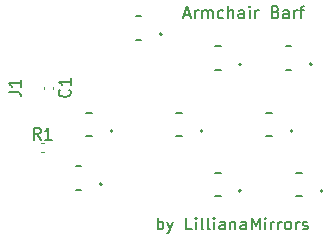
<source format=gbr>
%TF.GenerationSoftware,KiCad,Pcbnew,7.0.2*%
%TF.CreationDate,2023-06-01T20:05:06-06:00*%
%TF.ProjectId,ArmchairBarf,41726d63-6861-4697-9242-6172662e6b69,rev?*%
%TF.SameCoordinates,Original*%
%TF.FileFunction,Legend,Top*%
%TF.FilePolarity,Positive*%
%FSLAX46Y46*%
G04 Gerber Fmt 4.6, Leading zero omitted, Abs format (unit mm)*
G04 Created by KiCad (PCBNEW 7.0.2) date 2023-06-01 20:05:06*
%MOMM*%
%LPD*%
G01*
G04 APERTURE LIST*
%ADD10C,0.150000*%
%ADD11C,0.127000*%
%ADD12C,0.200000*%
%ADD13C,0.120000*%
G04 APERTURE END LIST*
D10*
X171525383Y-87780704D02*
X172001573Y-87780704D01*
X171430145Y-88066419D02*
X171763478Y-87066419D01*
X171763478Y-87066419D02*
X172096811Y-88066419D01*
X172430145Y-88066419D02*
X172430145Y-87399752D01*
X172430145Y-87590228D02*
X172477764Y-87494990D01*
X172477764Y-87494990D02*
X172525383Y-87447371D01*
X172525383Y-87447371D02*
X172620621Y-87399752D01*
X172620621Y-87399752D02*
X172715859Y-87399752D01*
X173049193Y-88066419D02*
X173049193Y-87399752D01*
X173049193Y-87494990D02*
X173096812Y-87447371D01*
X173096812Y-87447371D02*
X173192050Y-87399752D01*
X173192050Y-87399752D02*
X173334907Y-87399752D01*
X173334907Y-87399752D02*
X173430145Y-87447371D01*
X173430145Y-87447371D02*
X173477764Y-87542609D01*
X173477764Y-87542609D02*
X173477764Y-88066419D01*
X173477764Y-87542609D02*
X173525383Y-87447371D01*
X173525383Y-87447371D02*
X173620621Y-87399752D01*
X173620621Y-87399752D02*
X173763478Y-87399752D01*
X173763478Y-87399752D02*
X173858717Y-87447371D01*
X173858717Y-87447371D02*
X173906336Y-87542609D01*
X173906336Y-87542609D02*
X173906336Y-88066419D01*
X174811097Y-88018800D02*
X174715859Y-88066419D01*
X174715859Y-88066419D02*
X174525383Y-88066419D01*
X174525383Y-88066419D02*
X174430145Y-88018800D01*
X174430145Y-88018800D02*
X174382526Y-87971180D01*
X174382526Y-87971180D02*
X174334907Y-87875942D01*
X174334907Y-87875942D02*
X174334907Y-87590228D01*
X174334907Y-87590228D02*
X174382526Y-87494990D01*
X174382526Y-87494990D02*
X174430145Y-87447371D01*
X174430145Y-87447371D02*
X174525383Y-87399752D01*
X174525383Y-87399752D02*
X174715859Y-87399752D01*
X174715859Y-87399752D02*
X174811097Y-87447371D01*
X175239669Y-88066419D02*
X175239669Y-87066419D01*
X175668240Y-88066419D02*
X175668240Y-87542609D01*
X175668240Y-87542609D02*
X175620621Y-87447371D01*
X175620621Y-87447371D02*
X175525383Y-87399752D01*
X175525383Y-87399752D02*
X175382526Y-87399752D01*
X175382526Y-87399752D02*
X175287288Y-87447371D01*
X175287288Y-87447371D02*
X175239669Y-87494990D01*
X176573002Y-88066419D02*
X176573002Y-87542609D01*
X176573002Y-87542609D02*
X176525383Y-87447371D01*
X176525383Y-87447371D02*
X176430145Y-87399752D01*
X176430145Y-87399752D02*
X176239669Y-87399752D01*
X176239669Y-87399752D02*
X176144431Y-87447371D01*
X176573002Y-88018800D02*
X176477764Y-88066419D01*
X176477764Y-88066419D02*
X176239669Y-88066419D01*
X176239669Y-88066419D02*
X176144431Y-88018800D01*
X176144431Y-88018800D02*
X176096812Y-87923561D01*
X176096812Y-87923561D02*
X176096812Y-87828323D01*
X176096812Y-87828323D02*
X176144431Y-87733085D01*
X176144431Y-87733085D02*
X176239669Y-87685466D01*
X176239669Y-87685466D02*
X176477764Y-87685466D01*
X176477764Y-87685466D02*
X176573002Y-87637847D01*
X177049193Y-88066419D02*
X177049193Y-87399752D01*
X177049193Y-87066419D02*
X177001574Y-87114038D01*
X177001574Y-87114038D02*
X177049193Y-87161657D01*
X177049193Y-87161657D02*
X177096812Y-87114038D01*
X177096812Y-87114038D02*
X177049193Y-87066419D01*
X177049193Y-87066419D02*
X177049193Y-87161657D01*
X177525383Y-88066419D02*
X177525383Y-87399752D01*
X177525383Y-87590228D02*
X177573002Y-87494990D01*
X177573002Y-87494990D02*
X177620621Y-87447371D01*
X177620621Y-87447371D02*
X177715859Y-87399752D01*
X177715859Y-87399752D02*
X177811097Y-87399752D01*
X179239669Y-87542609D02*
X179382526Y-87590228D01*
X179382526Y-87590228D02*
X179430145Y-87637847D01*
X179430145Y-87637847D02*
X179477764Y-87733085D01*
X179477764Y-87733085D02*
X179477764Y-87875942D01*
X179477764Y-87875942D02*
X179430145Y-87971180D01*
X179430145Y-87971180D02*
X179382526Y-88018800D01*
X179382526Y-88018800D02*
X179287288Y-88066419D01*
X179287288Y-88066419D02*
X178906336Y-88066419D01*
X178906336Y-88066419D02*
X178906336Y-87066419D01*
X178906336Y-87066419D02*
X179239669Y-87066419D01*
X179239669Y-87066419D02*
X179334907Y-87114038D01*
X179334907Y-87114038D02*
X179382526Y-87161657D01*
X179382526Y-87161657D02*
X179430145Y-87256895D01*
X179430145Y-87256895D02*
X179430145Y-87352133D01*
X179430145Y-87352133D02*
X179382526Y-87447371D01*
X179382526Y-87447371D02*
X179334907Y-87494990D01*
X179334907Y-87494990D02*
X179239669Y-87542609D01*
X179239669Y-87542609D02*
X178906336Y-87542609D01*
X180334907Y-88066419D02*
X180334907Y-87542609D01*
X180334907Y-87542609D02*
X180287288Y-87447371D01*
X180287288Y-87447371D02*
X180192050Y-87399752D01*
X180192050Y-87399752D02*
X180001574Y-87399752D01*
X180001574Y-87399752D02*
X179906336Y-87447371D01*
X180334907Y-88018800D02*
X180239669Y-88066419D01*
X180239669Y-88066419D02*
X180001574Y-88066419D01*
X180001574Y-88066419D02*
X179906336Y-88018800D01*
X179906336Y-88018800D02*
X179858717Y-87923561D01*
X179858717Y-87923561D02*
X179858717Y-87828323D01*
X179858717Y-87828323D02*
X179906336Y-87733085D01*
X179906336Y-87733085D02*
X180001574Y-87685466D01*
X180001574Y-87685466D02*
X180239669Y-87685466D01*
X180239669Y-87685466D02*
X180334907Y-87637847D01*
X180811098Y-88066419D02*
X180811098Y-87399752D01*
X180811098Y-87590228D02*
X180858717Y-87494990D01*
X180858717Y-87494990D02*
X180906336Y-87447371D01*
X180906336Y-87447371D02*
X181001574Y-87399752D01*
X181001574Y-87399752D02*
X181096812Y-87399752D01*
X181287289Y-87399752D02*
X181668241Y-87399752D01*
X181430146Y-88066419D02*
X181430146Y-87209276D01*
X181430146Y-87209276D02*
X181477765Y-87114038D01*
X181477765Y-87114038D02*
X181573003Y-87066419D01*
X181573003Y-87066419D02*
X181668241Y-87066419D01*
X169266941Y-105959751D02*
X169266941Y-104959751D01*
X169266941Y-105340703D02*
X169362179Y-105293084D01*
X169362179Y-105293084D02*
X169552655Y-105293084D01*
X169552655Y-105293084D02*
X169647893Y-105340703D01*
X169647893Y-105340703D02*
X169695512Y-105388322D01*
X169695512Y-105388322D02*
X169743131Y-105483560D01*
X169743131Y-105483560D02*
X169743131Y-105769274D01*
X169743131Y-105769274D02*
X169695512Y-105864512D01*
X169695512Y-105864512D02*
X169647893Y-105912132D01*
X169647893Y-105912132D02*
X169552655Y-105959751D01*
X169552655Y-105959751D02*
X169362179Y-105959751D01*
X169362179Y-105959751D02*
X169266941Y-105912132D01*
X170076465Y-105293084D02*
X170314560Y-105959751D01*
X170552655Y-105293084D02*
X170314560Y-105959751D01*
X170314560Y-105959751D02*
X170219322Y-106197846D01*
X170219322Y-106197846D02*
X170171703Y-106245465D01*
X170171703Y-106245465D02*
X170076465Y-106293084D01*
X172171703Y-105959751D02*
X171695513Y-105959751D01*
X171695513Y-105959751D02*
X171695513Y-104959751D01*
X172505037Y-105959751D02*
X172505037Y-105293084D01*
X172505037Y-104959751D02*
X172457418Y-105007370D01*
X172457418Y-105007370D02*
X172505037Y-105054989D01*
X172505037Y-105054989D02*
X172552656Y-105007370D01*
X172552656Y-105007370D02*
X172505037Y-104959751D01*
X172505037Y-104959751D02*
X172505037Y-105054989D01*
X173124084Y-105959751D02*
X173028846Y-105912132D01*
X173028846Y-105912132D02*
X172981227Y-105816893D01*
X172981227Y-105816893D02*
X172981227Y-104959751D01*
X173647894Y-105959751D02*
X173552656Y-105912132D01*
X173552656Y-105912132D02*
X173505037Y-105816893D01*
X173505037Y-105816893D02*
X173505037Y-104959751D01*
X174028847Y-105959751D02*
X174028847Y-105293084D01*
X174028847Y-104959751D02*
X173981228Y-105007370D01*
X173981228Y-105007370D02*
X174028847Y-105054989D01*
X174028847Y-105054989D02*
X174076466Y-105007370D01*
X174076466Y-105007370D02*
X174028847Y-104959751D01*
X174028847Y-104959751D02*
X174028847Y-105054989D01*
X174933608Y-105959751D02*
X174933608Y-105435941D01*
X174933608Y-105435941D02*
X174885989Y-105340703D01*
X174885989Y-105340703D02*
X174790751Y-105293084D01*
X174790751Y-105293084D02*
X174600275Y-105293084D01*
X174600275Y-105293084D02*
X174505037Y-105340703D01*
X174933608Y-105912132D02*
X174838370Y-105959751D01*
X174838370Y-105959751D02*
X174600275Y-105959751D01*
X174600275Y-105959751D02*
X174505037Y-105912132D01*
X174505037Y-105912132D02*
X174457418Y-105816893D01*
X174457418Y-105816893D02*
X174457418Y-105721655D01*
X174457418Y-105721655D02*
X174505037Y-105626417D01*
X174505037Y-105626417D02*
X174600275Y-105578798D01*
X174600275Y-105578798D02*
X174838370Y-105578798D01*
X174838370Y-105578798D02*
X174933608Y-105531179D01*
X175409799Y-105293084D02*
X175409799Y-105959751D01*
X175409799Y-105388322D02*
X175457418Y-105340703D01*
X175457418Y-105340703D02*
X175552656Y-105293084D01*
X175552656Y-105293084D02*
X175695513Y-105293084D01*
X175695513Y-105293084D02*
X175790751Y-105340703D01*
X175790751Y-105340703D02*
X175838370Y-105435941D01*
X175838370Y-105435941D02*
X175838370Y-105959751D01*
X176743132Y-105959751D02*
X176743132Y-105435941D01*
X176743132Y-105435941D02*
X176695513Y-105340703D01*
X176695513Y-105340703D02*
X176600275Y-105293084D01*
X176600275Y-105293084D02*
X176409799Y-105293084D01*
X176409799Y-105293084D02*
X176314561Y-105340703D01*
X176743132Y-105912132D02*
X176647894Y-105959751D01*
X176647894Y-105959751D02*
X176409799Y-105959751D01*
X176409799Y-105959751D02*
X176314561Y-105912132D01*
X176314561Y-105912132D02*
X176266942Y-105816893D01*
X176266942Y-105816893D02*
X176266942Y-105721655D01*
X176266942Y-105721655D02*
X176314561Y-105626417D01*
X176314561Y-105626417D02*
X176409799Y-105578798D01*
X176409799Y-105578798D02*
X176647894Y-105578798D01*
X176647894Y-105578798D02*
X176743132Y-105531179D01*
X177219323Y-105959751D02*
X177219323Y-104959751D01*
X177219323Y-104959751D02*
X177552656Y-105674036D01*
X177552656Y-105674036D02*
X177885989Y-104959751D01*
X177885989Y-104959751D02*
X177885989Y-105959751D01*
X178362180Y-105959751D02*
X178362180Y-105293084D01*
X178362180Y-104959751D02*
X178314561Y-105007370D01*
X178314561Y-105007370D02*
X178362180Y-105054989D01*
X178362180Y-105054989D02*
X178409799Y-105007370D01*
X178409799Y-105007370D02*
X178362180Y-104959751D01*
X178362180Y-104959751D02*
X178362180Y-105054989D01*
X178838370Y-105959751D02*
X178838370Y-105293084D01*
X178838370Y-105483560D02*
X178885989Y-105388322D01*
X178885989Y-105388322D02*
X178933608Y-105340703D01*
X178933608Y-105340703D02*
X179028846Y-105293084D01*
X179028846Y-105293084D02*
X179124084Y-105293084D01*
X179457418Y-105959751D02*
X179457418Y-105293084D01*
X179457418Y-105483560D02*
X179505037Y-105388322D01*
X179505037Y-105388322D02*
X179552656Y-105340703D01*
X179552656Y-105340703D02*
X179647894Y-105293084D01*
X179647894Y-105293084D02*
X179743132Y-105293084D01*
X180219323Y-105959751D02*
X180124085Y-105912132D01*
X180124085Y-105912132D02*
X180076466Y-105864512D01*
X180076466Y-105864512D02*
X180028847Y-105769274D01*
X180028847Y-105769274D02*
X180028847Y-105483560D01*
X180028847Y-105483560D02*
X180076466Y-105388322D01*
X180076466Y-105388322D02*
X180124085Y-105340703D01*
X180124085Y-105340703D02*
X180219323Y-105293084D01*
X180219323Y-105293084D02*
X180362180Y-105293084D01*
X180362180Y-105293084D02*
X180457418Y-105340703D01*
X180457418Y-105340703D02*
X180505037Y-105388322D01*
X180505037Y-105388322D02*
X180552656Y-105483560D01*
X180552656Y-105483560D02*
X180552656Y-105769274D01*
X180552656Y-105769274D02*
X180505037Y-105864512D01*
X180505037Y-105864512D02*
X180457418Y-105912132D01*
X180457418Y-105912132D02*
X180362180Y-105959751D01*
X180362180Y-105959751D02*
X180219323Y-105959751D01*
X180981228Y-105959751D02*
X180981228Y-105293084D01*
X180981228Y-105483560D02*
X181028847Y-105388322D01*
X181028847Y-105388322D02*
X181076466Y-105340703D01*
X181076466Y-105340703D02*
X181171704Y-105293084D01*
X181171704Y-105293084D02*
X181266942Y-105293084D01*
X181552657Y-105912132D02*
X181647895Y-105959751D01*
X181647895Y-105959751D02*
X181838371Y-105959751D01*
X181838371Y-105959751D02*
X181933609Y-105912132D01*
X181933609Y-105912132D02*
X181981228Y-105816893D01*
X181981228Y-105816893D02*
X181981228Y-105769274D01*
X181981228Y-105769274D02*
X181933609Y-105674036D01*
X181933609Y-105674036D02*
X181838371Y-105626417D01*
X181838371Y-105626417D02*
X181695514Y-105626417D01*
X181695514Y-105626417D02*
X181600276Y-105578798D01*
X181600276Y-105578798D02*
X181552657Y-105483560D01*
X181552657Y-105483560D02*
X181552657Y-105435941D01*
X181552657Y-105435941D02*
X181600276Y-105340703D01*
X181600276Y-105340703D02*
X181695514Y-105293084D01*
X181695514Y-105293084D02*
X181838371Y-105293084D01*
X181838371Y-105293084D02*
X181933609Y-105340703D01*
%TO.C,C1*%
X161791395Y-94129794D02*
X161839015Y-94177413D01*
X161839015Y-94177413D02*
X161886634Y-94320270D01*
X161886634Y-94320270D02*
X161886634Y-94415508D01*
X161886634Y-94415508D02*
X161839015Y-94558365D01*
X161839015Y-94558365D02*
X161743776Y-94653603D01*
X161743776Y-94653603D02*
X161648538Y-94701222D01*
X161648538Y-94701222D02*
X161458062Y-94748841D01*
X161458062Y-94748841D02*
X161315205Y-94748841D01*
X161315205Y-94748841D02*
X161124729Y-94701222D01*
X161124729Y-94701222D02*
X161029491Y-94653603D01*
X161029491Y-94653603D02*
X160934253Y-94558365D01*
X160934253Y-94558365D02*
X160886634Y-94415508D01*
X160886634Y-94415508D02*
X160886634Y-94320270D01*
X160886634Y-94320270D02*
X160934253Y-94177413D01*
X160934253Y-94177413D02*
X160981872Y-94129794D01*
X161886634Y-93177413D02*
X161886634Y-93748841D01*
X161886634Y-93463127D02*
X160886634Y-93463127D01*
X160886634Y-93463127D02*
X161029491Y-93558365D01*
X161029491Y-93558365D02*
X161124729Y-93653603D01*
X161124729Y-93653603D02*
X161172348Y-93748841D01*
%TO.C,J1*%
X156652619Y-94313333D02*
X157366904Y-94313333D01*
X157366904Y-94313333D02*
X157509761Y-94360952D01*
X157509761Y-94360952D02*
X157605000Y-94456190D01*
X157605000Y-94456190D02*
X157652619Y-94599047D01*
X157652619Y-94599047D02*
X157652619Y-94694285D01*
X157652619Y-93313333D02*
X157652619Y-93884761D01*
X157652619Y-93599047D02*
X156652619Y-93599047D01*
X156652619Y-93599047D02*
X156795476Y-93694285D01*
X156795476Y-93694285D02*
X156890714Y-93789523D01*
X156890714Y-93789523D02*
X156938333Y-93884761D01*
%TO.C,R1*%
X159343333Y-98352619D02*
X159010000Y-97876428D01*
X158771905Y-98352619D02*
X158771905Y-97352619D01*
X158771905Y-97352619D02*
X159152857Y-97352619D01*
X159152857Y-97352619D02*
X159248095Y-97400238D01*
X159248095Y-97400238D02*
X159295714Y-97447857D01*
X159295714Y-97447857D02*
X159343333Y-97543095D01*
X159343333Y-97543095D02*
X159343333Y-97685952D01*
X159343333Y-97685952D02*
X159295714Y-97781190D01*
X159295714Y-97781190D02*
X159248095Y-97828809D01*
X159248095Y-97828809D02*
X159152857Y-97876428D01*
X159152857Y-97876428D02*
X158771905Y-97876428D01*
X160295714Y-98352619D02*
X159724286Y-98352619D01*
X160010000Y-98352619D02*
X160010000Y-97352619D01*
X160010000Y-97352619D02*
X159914762Y-97495476D01*
X159914762Y-97495476D02*
X159819524Y-97590714D01*
X159819524Y-97590714D02*
X159724286Y-97638333D01*
D11*
%TO.C,U9*%
X163720000Y-96070000D02*
X163230000Y-96070000D01*
X163720000Y-98070000D02*
X163230000Y-98070000D01*
D12*
X165445000Y-97620000D02*
G75*
G03*
X165445000Y-97620000I-100000J0D01*
G01*
D11*
%TO.C,U1*%
X162805000Y-100600000D02*
X162315000Y-100600000D01*
X162805000Y-102600000D02*
X162315000Y-102600000D01*
D12*
X164530000Y-102150000D02*
G75*
G03*
X164530000Y-102150000I-100000J0D01*
G01*
D11*
%TO.C,U2*%
X167885000Y-87900000D02*
X167395000Y-87900000D01*
X167885000Y-89900000D02*
X167395000Y-89900000D01*
D12*
X169610000Y-89450000D02*
G75*
G03*
X169610000Y-89450000I-100000J0D01*
G01*
D11*
%TO.C,U6*%
X181500000Y-101150000D02*
X181010000Y-101150000D01*
X181500000Y-103150000D02*
X181010000Y-103150000D01*
D12*
X183225000Y-102700000D02*
G75*
G03*
X183225000Y-102700000I-100000J0D01*
G01*
D11*
%TO.C,U5*%
X174590000Y-101150000D02*
X174100000Y-101150000D01*
X174590000Y-103150000D02*
X174100000Y-103150000D01*
D12*
X176315000Y-102700000D02*
G75*
G03*
X176315000Y-102700000I-100000J0D01*
G01*
D13*
%TO.C,C1*%
X159660000Y-94087836D02*
X159660000Y-93872164D01*
X160380000Y-94087836D02*
X160380000Y-93872164D01*
D11*
%TO.C,U3*%
X174590000Y-90440000D02*
X174100000Y-90440000D01*
X174590000Y-92440000D02*
X174100000Y-92440000D01*
D12*
X176315000Y-91990000D02*
G75*
G03*
X176315000Y-91990000I-100000J0D01*
G01*
D11*
%TO.C,U7*%
X178960000Y-96070000D02*
X178470000Y-96070000D01*
X178960000Y-98070000D02*
X178470000Y-98070000D01*
D12*
X180685000Y-97620000D02*
G75*
G03*
X180685000Y-97620000I-100000J0D01*
G01*
D13*
%TO.C,R1*%
X159356359Y-98680000D02*
X159663641Y-98680000D01*
X159356359Y-99440000D02*
X159663641Y-99440000D01*
D11*
%TO.C,U4*%
X180585000Y-90440000D02*
X180095000Y-90440000D01*
X180585000Y-92440000D02*
X180095000Y-92440000D01*
D12*
X182310000Y-91990000D02*
G75*
G03*
X182310000Y-91990000I-100000J0D01*
G01*
D11*
%TO.C,U8*%
X171340000Y-96070000D02*
X170850000Y-96070000D01*
X171340000Y-98070000D02*
X170850000Y-98070000D01*
D12*
X173065000Y-97620000D02*
G75*
G03*
X173065000Y-97620000I-100000J0D01*
G01*
%TD*%
M02*

</source>
